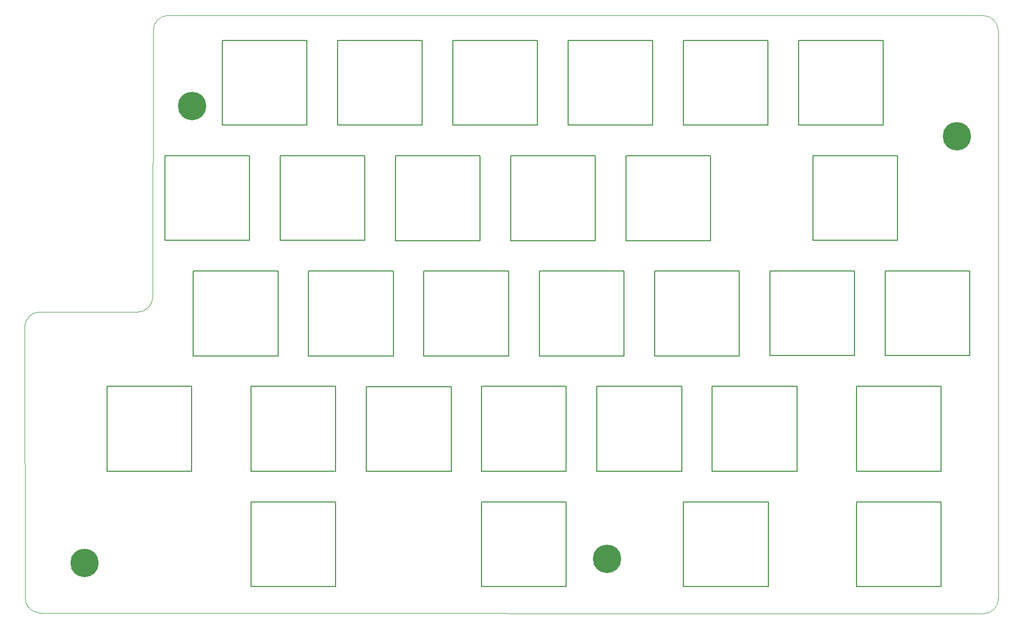
<source format=gtl>
G04 #@! TF.GenerationSoftware,KiCad,Pcbnew,(6.0.7)*
G04 #@! TF.CreationDate,2022-09-08T23:08:23+00:00*
G04 #@! TF.ProjectId,top-right,746f702d-7269-4676-9874-2e6b69636164,rev?*
G04 #@! TF.SameCoordinates,Original*
G04 #@! TF.FileFunction,Copper,L1,Top*
G04 #@! TF.FilePolarity,Positive*
%FSLAX46Y46*%
G04 Gerber Fmt 4.6, Leading zero omitted, Abs format (unit mm)*
G04 Created by KiCad (PCBNEW (6.0.7)) date 2022-09-08 23:08:23*
%MOMM*%
%LPD*%
G01*
G04 APERTURE LIST*
G04 #@! TA.AperFunction,Profile*
%ADD10C,0.150000*%
G04 #@! TD*
G04 #@! TA.AperFunction,Profile*
%ADD11C,0.100000*%
G04 #@! TD*
G04 #@! TA.AperFunction,ComponentPad*
%ADD12C,4.700000*%
G04 #@! TD*
G04 APERTURE END LIST*
D10*
X174080000Y-58810000D02*
X174080000Y-72810000D01*
X117180000Y-96920000D02*
X131180000Y-96920000D01*
X117180000Y-110920000D02*
X131180000Y-110920000D01*
X145480000Y-39740000D02*
X145480000Y-53740000D01*
X193410000Y-110910000D02*
X193410000Y-96910000D01*
X160080000Y-58810000D02*
X174080000Y-58810000D01*
X135990000Y-58790000D02*
X135990000Y-72790000D01*
X221990000Y-91830000D02*
X235990000Y-91830000D01*
X117180000Y-110920000D02*
X117180000Y-96920000D01*
X93370000Y-110900000D02*
X93370000Y-96900000D01*
X150530000Y-39740000D02*
X164530000Y-39740000D01*
X216920000Y-77840000D02*
X216920000Y-91840000D01*
X131190000Y-115990000D02*
X131190000Y-129990000D01*
X224070000Y-58770000D02*
X224070000Y-72770000D01*
X221990000Y-77830000D02*
X235990000Y-77830000D01*
X155040000Y-58800000D02*
X155040000Y-72800000D01*
X160080000Y-72810000D02*
X160080000Y-58810000D01*
X141040000Y-72800000D02*
X141040000Y-58800000D01*
X121990000Y-58790000D02*
X135990000Y-58790000D01*
D11*
X98431213Y-84625773D02*
G75*
G03*
X100951293Y-82115759I10087J2509973D01*
G01*
D10*
X179140000Y-72810000D02*
X179140000Y-58810000D01*
D11*
X238203920Y-134489980D02*
G75*
G03*
X240724000Y-131980000I10080J2509980D01*
G01*
D10*
X202920000Y-91840000D02*
X216920000Y-91840000D01*
X107370000Y-96900000D02*
X107370000Y-110900000D01*
X126700000Y-77860000D02*
X140700000Y-77860000D01*
X188660000Y-129980000D02*
X202660000Y-129980000D01*
X155290000Y-96920000D02*
X169290000Y-96920000D01*
X121990000Y-72790000D02*
X121990000Y-58790000D01*
X169580000Y-53740000D02*
X169580000Y-39740000D01*
X126700000Y-91860000D02*
X140700000Y-91860000D01*
X136250000Y-110930000D02*
X136250000Y-96930000D01*
X217220000Y-96900000D02*
X231220000Y-96900000D01*
X141040000Y-72800000D02*
X155040000Y-72800000D01*
X202660000Y-115980000D02*
X202660000Y-129980000D01*
X164810000Y-91860000D02*
X178810000Y-91860000D01*
X136250000Y-110930000D02*
X150250000Y-110930000D01*
X193140000Y-58810000D02*
X193140000Y-72810000D01*
X183860000Y-91860000D02*
X183860000Y-77860000D01*
X121990000Y-72790000D02*
X135990000Y-72790000D01*
X126440000Y-39730000D02*
X126440000Y-53730000D01*
X210070000Y-58770000D02*
X224070000Y-58770000D01*
X202640000Y-39740000D02*
X202640000Y-53740000D01*
X131180000Y-96920000D02*
X131180000Y-110920000D01*
D11*
X101010000Y-38090000D02*
X100951293Y-82115759D01*
D10*
X183860000Y-91860000D02*
X197860000Y-91860000D01*
X210070000Y-72770000D02*
X224070000Y-72770000D01*
X169580000Y-39740000D02*
X183580000Y-39740000D01*
D11*
X82270000Y-84620000D02*
G75*
G03*
X79770000Y-87120000I0J-2500000D01*
G01*
D10*
X193410000Y-110910000D02*
X207410000Y-110910000D01*
X155290000Y-110920000D02*
X169290000Y-110920000D01*
X188660000Y-129980000D02*
X188660000Y-115980000D01*
X131480000Y-53740000D02*
X145480000Y-53740000D01*
X188350000Y-96920000D02*
X188350000Y-110920000D01*
X221680000Y-39730000D02*
X221680000Y-53730000D01*
X193410000Y-96910000D02*
X207410000Y-96910000D01*
D11*
X103510000Y-35590000D02*
G75*
G03*
X101010000Y-38090000I0J-2500000D01*
G01*
D10*
X102940000Y-72790000D02*
X102940000Y-58790000D01*
X207680000Y-39730000D02*
X221680000Y-39730000D01*
X126700000Y-91860000D02*
X126700000Y-77860000D01*
X164530000Y-39740000D02*
X164530000Y-53740000D01*
X155290000Y-129990000D02*
X155290000Y-115990000D01*
X131480000Y-53740000D02*
X131480000Y-39740000D01*
X140700000Y-77860000D02*
X140700000Y-91860000D01*
X207680000Y-53730000D02*
X221680000Y-53730000D01*
X117190000Y-129990000D02*
X117190000Y-115990000D01*
X174350000Y-96920000D02*
X188350000Y-96920000D01*
X221990000Y-91830000D02*
X221990000Y-77830000D01*
X202920000Y-77840000D02*
X216920000Y-77840000D01*
X231230000Y-115980000D02*
X231230000Y-129980000D01*
X145750000Y-91860000D02*
X145750000Y-77860000D01*
X179140000Y-58810000D02*
X193140000Y-58810000D01*
X207410000Y-96910000D02*
X207410000Y-110910000D01*
X150530000Y-53740000D02*
X164530000Y-53740000D01*
X93370000Y-110900000D02*
X107370000Y-110900000D01*
X155290000Y-110920000D02*
X155290000Y-96920000D01*
X183860000Y-77860000D02*
X197860000Y-77860000D01*
X197860000Y-77860000D02*
X197860000Y-91860000D01*
X102940000Y-58790000D02*
X116940000Y-58790000D01*
X112440000Y-53730000D02*
X126440000Y-53730000D01*
X150250000Y-96930000D02*
X150250000Y-110930000D01*
X217230000Y-129980000D02*
X217230000Y-115980000D01*
X136250000Y-96930000D02*
X150250000Y-96930000D01*
X145750000Y-91860000D02*
X159750000Y-91860000D01*
X93370000Y-96900000D02*
X107370000Y-96900000D01*
X188640000Y-53740000D02*
X188640000Y-39740000D01*
X169290000Y-96920000D02*
X169290000Y-110920000D01*
D11*
X79774000Y-87110000D02*
X79834000Y-131850000D01*
D10*
X155290000Y-129990000D02*
X169290000Y-129990000D01*
X210070000Y-58770000D02*
X210070000Y-72770000D01*
X174350000Y-110920000D02*
X188350000Y-110920000D01*
X160080000Y-72810000D02*
X174080000Y-72810000D01*
X217220000Y-110900000D02*
X231220000Y-110900000D01*
D11*
X240694019Y-38120000D02*
X240724000Y-131980000D01*
D10*
X188660000Y-115980000D02*
X202660000Y-115980000D01*
X107640000Y-91850000D02*
X107640000Y-77850000D01*
X150530000Y-53740000D02*
X150530000Y-39740000D01*
X116940000Y-58790000D02*
X116940000Y-72790000D01*
D11*
X82270000Y-84620000D02*
X98591213Y-84625739D01*
D10*
X217220000Y-110900000D02*
X217220000Y-96900000D01*
X188640000Y-39740000D02*
X202640000Y-39740000D01*
X231220000Y-96900000D02*
X231220000Y-110900000D01*
X112440000Y-53730000D02*
X112440000Y-39730000D01*
X188640000Y-53740000D02*
X202640000Y-53740000D01*
D11*
X240694019Y-38120000D02*
G75*
G03*
X238204000Y-35620001I-2500019J0D01*
G01*
D10*
X102940000Y-72790000D02*
X116940000Y-72790000D01*
X112440000Y-39730000D02*
X126440000Y-39730000D01*
X117190000Y-129990000D02*
X131190000Y-129990000D01*
X164810000Y-77860000D02*
X178810000Y-77860000D01*
X159750000Y-77860000D02*
X159750000Y-91860000D01*
X155290000Y-115990000D02*
X169290000Y-115990000D01*
X202920000Y-91840000D02*
X202920000Y-77840000D01*
X169580000Y-53740000D02*
X183580000Y-53740000D01*
X179140000Y-72810000D02*
X193140000Y-72810000D01*
X178810000Y-77860000D02*
X178810000Y-91860000D01*
X164810000Y-91860000D02*
X164810000Y-77860000D01*
X235990000Y-77830000D02*
X235990000Y-91830000D01*
X117190000Y-115990000D02*
X131190000Y-115990000D01*
D11*
X103510000Y-35590000D02*
X238204000Y-35620001D01*
D10*
X107640000Y-91850000D02*
X121640000Y-91850000D01*
X183580000Y-39740000D02*
X183580000Y-53740000D01*
X169290000Y-115990000D02*
X169290000Y-129990000D01*
X131480000Y-39740000D02*
X145480000Y-39740000D01*
X145750000Y-77860000D02*
X159750000Y-77860000D01*
X141040000Y-58800000D02*
X155040000Y-58800000D01*
X121640000Y-77850000D02*
X121640000Y-91850000D01*
X107640000Y-77850000D02*
X121640000Y-77850000D01*
X207680000Y-53730000D02*
X207680000Y-39730000D01*
X217230000Y-129980000D02*
X231230000Y-129980000D01*
X174350000Y-110920000D02*
X174350000Y-96920000D01*
D11*
X238203920Y-134489980D02*
X82334000Y-134350000D01*
X79834000Y-131850000D02*
G75*
G03*
X82334000Y-134350000I2500000J0D01*
G01*
D10*
X217230000Y-115980000D02*
X231230000Y-115980000D01*
D12*
X175990000Y-125450000D03*
X107440000Y-50530000D03*
X89660000Y-126080000D03*
X233840000Y-55550000D03*
M02*

</source>
